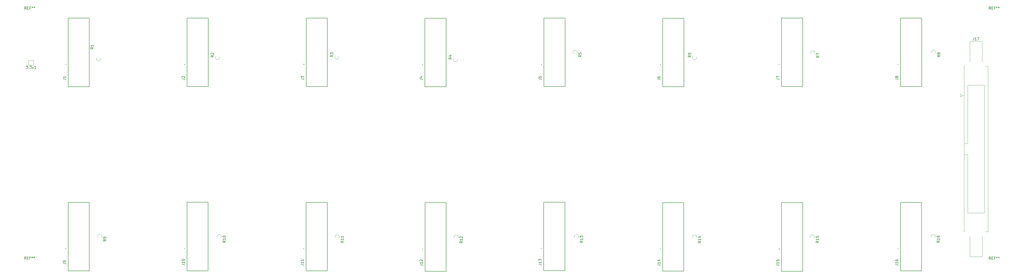
<source format=gbr>
%TF.GenerationSoftware,KiCad,Pcbnew,(6.0.9)*%
%TF.CreationDate,2022-12-09T14:18:13+01:00*%
%TF.ProjectId,seq,7365712e-6b69-4636-9164-5f7063625858,rev?*%
%TF.SameCoordinates,Original*%
%TF.FileFunction,Legend,Top*%
%TF.FilePolarity,Positive*%
%FSLAX46Y46*%
G04 Gerber Fmt 4.6, Leading zero omitted, Abs format (unit mm)*
G04 Created by KiCad (PCBNEW (6.0.9)) date 2022-12-09 14:18:13*
%MOMM*%
%LPD*%
G01*
G04 APERTURE LIST*
%ADD10C,0.150000*%
%ADD11C,0.120000*%
%ADD12C,0.127000*%
%ADD13C,0.200000*%
G04 APERTURE END LIST*
D10*
%TO.C,3.3v1*%
X-17914761Y-59462380D02*
X-17295714Y-59462380D01*
X-17629047Y-59843333D01*
X-17486190Y-59843333D01*
X-17390952Y-59890952D01*
X-17343333Y-59938571D01*
X-17295714Y-60033809D01*
X-17295714Y-60271904D01*
X-17343333Y-60367142D01*
X-17390952Y-60414761D01*
X-17486190Y-60462380D01*
X-17771904Y-60462380D01*
X-17867142Y-60414761D01*
X-17914761Y-60367142D01*
X-16867142Y-60367142D02*
X-16819523Y-60414761D01*
X-16867142Y-60462380D01*
X-16914761Y-60414761D01*
X-16867142Y-60367142D01*
X-16867142Y-60462380D01*
X-16486190Y-59462380D02*
X-15867142Y-59462380D01*
X-16200476Y-59843333D01*
X-16057619Y-59843333D01*
X-15962380Y-59890952D01*
X-15914761Y-59938571D01*
X-15867142Y-60033809D01*
X-15867142Y-60271904D01*
X-15914761Y-60367142D01*
X-15962380Y-60414761D01*
X-16057619Y-60462380D01*
X-16343333Y-60462380D01*
X-16438571Y-60414761D01*
X-16486190Y-60367142D01*
X-15533809Y-59795714D02*
X-15295714Y-60462380D01*
X-15057619Y-59795714D01*
X-14152857Y-60462380D02*
X-14724285Y-60462380D01*
X-14438571Y-60462380D02*
X-14438571Y-59462380D01*
X-14533809Y-59605238D01*
X-14629047Y-59700476D01*
X-14724285Y-59748095D01*
%TO.C,J5*%
X176127380Y-64373833D02*
X176841666Y-64373833D01*
X176984523Y-64421452D01*
X177079761Y-64516690D01*
X177127380Y-64659547D01*
X177127380Y-64754785D01*
X176127380Y-63421452D02*
X176127380Y-63897642D01*
X176603571Y-63945261D01*
X176555952Y-63897642D01*
X176508333Y-63802404D01*
X176508333Y-63564309D01*
X176555952Y-63469071D01*
X176603571Y-63421452D01*
X176698809Y-63373833D01*
X176936904Y-63373833D01*
X177032142Y-63421452D01*
X177079761Y-63469071D01*
X177127380Y-63564309D01*
X177127380Y-63802404D01*
X177079761Y-63897642D01*
X177032142Y-63945261D01*
%TO.C,J4*%
X131087380Y-64423833D02*
X131801666Y-64423833D01*
X131944523Y-64471452D01*
X132039761Y-64566690D01*
X132087380Y-64709547D01*
X132087380Y-64804785D01*
X131420714Y-63519071D02*
X132087380Y-63519071D01*
X131039761Y-63757166D02*
X131754047Y-63995261D01*
X131754047Y-63376214D01*
%TO.C,J8*%
X311087380Y-64343833D02*
X311801666Y-64343833D01*
X311944523Y-64391452D01*
X312039761Y-64486690D01*
X312087380Y-64629547D01*
X312087380Y-64724785D01*
X311515952Y-63724785D02*
X311468333Y-63820023D01*
X311420714Y-63867642D01*
X311325476Y-63915261D01*
X311277857Y-63915261D01*
X311182619Y-63867642D01*
X311135000Y-63820023D01*
X311087380Y-63724785D01*
X311087380Y-63534309D01*
X311135000Y-63439071D01*
X311182619Y-63391452D01*
X311277857Y-63343833D01*
X311325476Y-63343833D01*
X311420714Y-63391452D01*
X311468333Y-63439071D01*
X311515952Y-63534309D01*
X311515952Y-63724785D01*
X311563571Y-63820023D01*
X311611190Y-63867642D01*
X311706428Y-63915261D01*
X311896904Y-63915261D01*
X311992142Y-63867642D01*
X312039761Y-63820023D01*
X312087380Y-63724785D01*
X312087380Y-63534309D01*
X312039761Y-63439071D01*
X311992142Y-63391452D01*
X311896904Y-63343833D01*
X311706428Y-63343833D01*
X311611190Y-63391452D01*
X311563571Y-63439071D01*
X311515952Y-63534309D01*
%TO.C,J14*%
X221057380Y-134960023D02*
X221771666Y-134960023D01*
X221914523Y-135007642D01*
X222009761Y-135102880D01*
X222057380Y-135245738D01*
X222057380Y-135340976D01*
X222057380Y-133960023D02*
X222057380Y-134531452D01*
X222057380Y-134245738D02*
X221057380Y-134245738D01*
X221200238Y-134340976D01*
X221295476Y-134436214D01*
X221343095Y-134531452D01*
X221390714Y-133102880D02*
X222057380Y-133102880D01*
X221009761Y-133340976D02*
X221724047Y-133579071D01*
X221724047Y-132960023D01*
%TO.C,J11*%
X86127380Y-134860023D02*
X86841666Y-134860023D01*
X86984523Y-134907642D01*
X87079761Y-135002880D01*
X87127380Y-135145738D01*
X87127380Y-135240976D01*
X87127380Y-133860023D02*
X87127380Y-134431452D01*
X87127380Y-134145738D02*
X86127380Y-134145738D01*
X86270238Y-134240976D01*
X86365476Y-134336214D01*
X86413095Y-134431452D01*
X87127380Y-132907642D02*
X87127380Y-133479071D01*
X87127380Y-133193357D02*
X86127380Y-133193357D01*
X86270238Y-133288595D01*
X86365476Y-133383833D01*
X86413095Y-133479071D01*
%TO.C,R16*%
X327782380Y-125857857D02*
X327306190Y-126191190D01*
X327782380Y-126429285D02*
X326782380Y-126429285D01*
X326782380Y-126048333D01*
X326830000Y-125953095D01*
X326877619Y-125905476D01*
X326972857Y-125857857D01*
X327115714Y-125857857D01*
X327210952Y-125905476D01*
X327258571Y-125953095D01*
X327306190Y-126048333D01*
X327306190Y-126429285D01*
X327782380Y-124905476D02*
X327782380Y-125476904D01*
X327782380Y-125191190D02*
X326782380Y-125191190D01*
X326925238Y-125286428D01*
X327020476Y-125381666D01*
X327068095Y-125476904D01*
X326782380Y-124048333D02*
X326782380Y-124238809D01*
X326830000Y-124334047D01*
X326877619Y-124381666D01*
X327020476Y-124476904D01*
X327210952Y-124524523D01*
X327591904Y-124524523D01*
X327687142Y-124476904D01*
X327734761Y-124429285D01*
X327782380Y-124334047D01*
X327782380Y-124143571D01*
X327734761Y-124048333D01*
X327687142Y-124000714D01*
X327591904Y-123953095D01*
X327353809Y-123953095D01*
X327258571Y-124000714D01*
X327210952Y-124048333D01*
X327163333Y-124143571D01*
X327163333Y-124334047D01*
X327210952Y-124429285D01*
X327258571Y-124476904D01*
X327353809Y-124524523D01*
%TO.C,REF\u002A\u002A*%
X347116666Y-132952380D02*
X346783333Y-132476190D01*
X346545238Y-132952380D02*
X346545238Y-131952380D01*
X346926190Y-131952380D01*
X347021428Y-132000000D01*
X347069047Y-132047619D01*
X347116666Y-132142857D01*
X347116666Y-132285714D01*
X347069047Y-132380952D01*
X347021428Y-132428571D01*
X346926190Y-132476190D01*
X346545238Y-132476190D01*
X347545238Y-132428571D02*
X347878571Y-132428571D01*
X348021428Y-132952380D02*
X347545238Y-132952380D01*
X347545238Y-131952380D01*
X348021428Y-131952380D01*
X348783333Y-132428571D02*
X348450000Y-132428571D01*
X348450000Y-132952380D02*
X348450000Y-131952380D01*
X348926190Y-131952380D01*
X349450000Y-131952380D02*
X349450000Y-132190476D01*
X349211904Y-132095238D02*
X349450000Y-132190476D01*
X349688095Y-132095238D01*
X349307142Y-132380952D02*
X349450000Y-132190476D01*
X349592857Y-132380952D01*
X350211904Y-131952380D02*
X350211904Y-132190476D01*
X349973809Y-132095238D02*
X350211904Y-132190476D01*
X350450000Y-132095238D01*
X350069047Y-132380952D02*
X350211904Y-132190476D01*
X350354761Y-132380952D01*
%TO.C,J17*%
X340757976Y-48662380D02*
X340757976Y-49376666D01*
X340710357Y-49519523D01*
X340615119Y-49614761D01*
X340472261Y-49662380D01*
X340377023Y-49662380D01*
X341757976Y-49662380D02*
X341186547Y-49662380D01*
X341472261Y-49662380D02*
X341472261Y-48662380D01*
X341377023Y-48805238D01*
X341281785Y-48900476D01*
X341186547Y-48948095D01*
X342091309Y-48662380D02*
X342757976Y-48662380D01*
X342329404Y-49662380D01*
%TO.C,R15*%
X282002380Y-125987857D02*
X281526190Y-126321190D01*
X282002380Y-126559285D02*
X281002380Y-126559285D01*
X281002380Y-126178333D01*
X281050000Y-126083095D01*
X281097619Y-126035476D01*
X281192857Y-125987857D01*
X281335714Y-125987857D01*
X281430952Y-126035476D01*
X281478571Y-126083095D01*
X281526190Y-126178333D01*
X281526190Y-126559285D01*
X282002380Y-125035476D02*
X282002380Y-125606904D01*
X282002380Y-125321190D02*
X281002380Y-125321190D01*
X281145238Y-125416428D01*
X281240476Y-125511666D01*
X281288095Y-125606904D01*
X281002380Y-124130714D02*
X281002380Y-124606904D01*
X281478571Y-124654523D01*
X281430952Y-124606904D01*
X281383333Y-124511666D01*
X281383333Y-124273571D01*
X281430952Y-124178333D01*
X281478571Y-124130714D01*
X281573809Y-124083095D01*
X281811904Y-124083095D01*
X281907142Y-124130714D01*
X281954761Y-124178333D01*
X282002380Y-124273571D01*
X282002380Y-124511666D01*
X281954761Y-124606904D01*
X281907142Y-124654523D01*
%TO.C,REF\u002A\u002A*%
X347116666Y-37952380D02*
X346783333Y-37476190D01*
X346545238Y-37952380D02*
X346545238Y-36952380D01*
X346926190Y-36952380D01*
X347021428Y-37000000D01*
X347069047Y-37047619D01*
X347116666Y-37142857D01*
X347116666Y-37285714D01*
X347069047Y-37380952D01*
X347021428Y-37428571D01*
X346926190Y-37476190D01*
X346545238Y-37476190D01*
X347545238Y-37428571D02*
X347878571Y-37428571D01*
X348021428Y-37952380D02*
X347545238Y-37952380D01*
X347545238Y-36952380D01*
X348021428Y-36952380D01*
X348783333Y-37428571D02*
X348450000Y-37428571D01*
X348450000Y-37952380D02*
X348450000Y-36952380D01*
X348926190Y-36952380D01*
X349450000Y-36952380D02*
X349450000Y-37190476D01*
X349211904Y-37095238D02*
X349450000Y-37190476D01*
X349688095Y-37095238D01*
X349307142Y-37380952D02*
X349450000Y-37190476D01*
X349592857Y-37380952D01*
X350211904Y-36952380D02*
X350211904Y-37190476D01*
X349973809Y-37095238D02*
X350211904Y-37190476D01*
X350450000Y-37095238D01*
X350069047Y-37380952D02*
X350211904Y-37190476D01*
X350354761Y-37380952D01*
%TO.C,R11*%
X102222380Y-125962857D02*
X101746190Y-126296190D01*
X102222380Y-126534285D02*
X101222380Y-126534285D01*
X101222380Y-126153333D01*
X101270000Y-126058095D01*
X101317619Y-126010476D01*
X101412857Y-125962857D01*
X101555714Y-125962857D01*
X101650952Y-126010476D01*
X101698571Y-126058095D01*
X101746190Y-126153333D01*
X101746190Y-126534285D01*
X102222380Y-125010476D02*
X102222380Y-125581904D01*
X102222380Y-125296190D02*
X101222380Y-125296190D01*
X101365238Y-125391428D01*
X101460476Y-125486666D01*
X101508095Y-125581904D01*
X102222380Y-124058095D02*
X102222380Y-124629523D01*
X102222380Y-124343809D02*
X101222380Y-124343809D01*
X101365238Y-124439047D01*
X101460476Y-124534285D01*
X101508095Y-124629523D01*
%TO.C,J13*%
X176067380Y-134750023D02*
X176781666Y-134750023D01*
X176924523Y-134797642D01*
X177019761Y-134892880D01*
X177067380Y-135035738D01*
X177067380Y-135130976D01*
X177067380Y-133750023D02*
X177067380Y-134321452D01*
X177067380Y-134035738D02*
X176067380Y-134035738D01*
X176210238Y-134130976D01*
X176305476Y-134226214D01*
X176353095Y-134321452D01*
X176067380Y-133416690D02*
X176067380Y-132797642D01*
X176448333Y-133130976D01*
X176448333Y-132988119D01*
X176495952Y-132892880D01*
X176543571Y-132845261D01*
X176638809Y-132797642D01*
X176876904Y-132797642D01*
X176972142Y-132845261D01*
X177019761Y-132892880D01*
X177067380Y-132988119D01*
X177067380Y-133273833D01*
X177019761Y-133369071D01*
X176972142Y-133416690D01*
%TO.C,R6*%
X233632380Y-55456666D02*
X233156190Y-55790000D01*
X233632380Y-56028095D02*
X232632380Y-56028095D01*
X232632380Y-55647142D01*
X232680000Y-55551904D01*
X232727619Y-55504285D01*
X232822857Y-55456666D01*
X232965714Y-55456666D01*
X233060952Y-55504285D01*
X233108571Y-55551904D01*
X233156190Y-55647142D01*
X233156190Y-56028095D01*
X232632380Y-54599523D02*
X232632380Y-54790000D01*
X232680000Y-54885238D01*
X232727619Y-54932857D01*
X232870476Y-55028095D01*
X233060952Y-55075714D01*
X233441904Y-55075714D01*
X233537142Y-55028095D01*
X233584761Y-54980476D01*
X233632380Y-54885238D01*
X233632380Y-54694761D01*
X233584761Y-54599523D01*
X233537142Y-54551904D01*
X233441904Y-54504285D01*
X233203809Y-54504285D01*
X233108571Y-54551904D01*
X233060952Y-54599523D01*
X233013333Y-54694761D01*
X233013333Y-54885238D01*
X233060952Y-54980476D01*
X233108571Y-55028095D01*
X233203809Y-55075714D01*
%TO.C,R3*%
X98232380Y-55336666D02*
X97756190Y-55670000D01*
X98232380Y-55908095D02*
X97232380Y-55908095D01*
X97232380Y-55527142D01*
X97280000Y-55431904D01*
X97327619Y-55384285D01*
X97422857Y-55336666D01*
X97565714Y-55336666D01*
X97660952Y-55384285D01*
X97708571Y-55431904D01*
X97756190Y-55527142D01*
X97756190Y-55908095D01*
X97232380Y-55003333D02*
X97232380Y-54384285D01*
X97613333Y-54717619D01*
X97613333Y-54574761D01*
X97660952Y-54479523D01*
X97708571Y-54431904D01*
X97803809Y-54384285D01*
X98041904Y-54384285D01*
X98137142Y-54431904D01*
X98184761Y-54479523D01*
X98232380Y-54574761D01*
X98232380Y-54860476D01*
X98184761Y-54955714D01*
X98137142Y-55003333D01*
%TO.C,J9*%
X-3922619Y-134383833D02*
X-3208333Y-134383833D01*
X-3065476Y-134431452D01*
X-2970238Y-134526690D01*
X-2922619Y-134669547D01*
X-2922619Y-134764785D01*
X-2922619Y-133860023D02*
X-2922619Y-133669547D01*
X-2970238Y-133574309D01*
X-3017857Y-133526690D01*
X-3160714Y-133431452D01*
X-3351190Y-133383833D01*
X-3732142Y-133383833D01*
X-3827380Y-133431452D01*
X-3875000Y-133479071D01*
X-3922619Y-133574309D01*
X-3922619Y-133764785D01*
X-3875000Y-133860023D01*
X-3827380Y-133907642D01*
X-3732142Y-133955261D01*
X-3494047Y-133955261D01*
X-3398809Y-133907642D01*
X-3351190Y-133860023D01*
X-3303571Y-133764785D01*
X-3303571Y-133574309D01*
X-3351190Y-133479071D01*
X-3398809Y-133431452D01*
X-3494047Y-133383833D01*
%TO.C,J3*%
X86177380Y-64353833D02*
X86891666Y-64353833D01*
X87034523Y-64401452D01*
X87129761Y-64496690D01*
X87177380Y-64639547D01*
X87177380Y-64734785D01*
X86177380Y-63972880D02*
X86177380Y-63353833D01*
X86558333Y-63687166D01*
X86558333Y-63544309D01*
X86605952Y-63449071D01*
X86653571Y-63401452D01*
X86748809Y-63353833D01*
X86986904Y-63353833D01*
X87082142Y-63401452D01*
X87129761Y-63449071D01*
X87177380Y-63544309D01*
X87177380Y-63830023D01*
X87129761Y-63925261D01*
X87082142Y-63972880D01*
%TO.C,J10*%
X41067380Y-134800023D02*
X41781666Y-134800023D01*
X41924523Y-134847642D01*
X42019761Y-134942880D01*
X42067380Y-135085738D01*
X42067380Y-135180976D01*
X42067380Y-133800023D02*
X42067380Y-134371452D01*
X42067380Y-134085738D02*
X41067380Y-134085738D01*
X41210238Y-134180976D01*
X41305476Y-134276214D01*
X41353095Y-134371452D01*
X41067380Y-133180976D02*
X41067380Y-133085738D01*
X41115000Y-132990500D01*
X41162619Y-132942880D01*
X41257857Y-132895261D01*
X41448333Y-132847642D01*
X41686428Y-132847642D01*
X41876904Y-132895261D01*
X41972142Y-132942880D01*
X42019761Y-132990500D01*
X42067380Y-133085738D01*
X42067380Y-133180976D01*
X42019761Y-133276214D01*
X41972142Y-133323833D01*
X41876904Y-133371452D01*
X41686428Y-133419071D01*
X41448333Y-133419071D01*
X41257857Y-133371452D01*
X41162619Y-133323833D01*
X41115000Y-133276214D01*
X41067380Y-133180976D01*
%TO.C,R5*%
X192202380Y-55376666D02*
X191726190Y-55710000D01*
X192202380Y-55948095D02*
X191202380Y-55948095D01*
X191202380Y-55567142D01*
X191250000Y-55471904D01*
X191297619Y-55424285D01*
X191392857Y-55376666D01*
X191535714Y-55376666D01*
X191630952Y-55424285D01*
X191678571Y-55471904D01*
X191726190Y-55567142D01*
X191726190Y-55948095D01*
X191202380Y-54471904D02*
X191202380Y-54948095D01*
X191678571Y-54995714D01*
X191630952Y-54948095D01*
X191583333Y-54852857D01*
X191583333Y-54614761D01*
X191630952Y-54519523D01*
X191678571Y-54471904D01*
X191773809Y-54424285D01*
X192011904Y-54424285D01*
X192107142Y-54471904D01*
X192154761Y-54519523D01*
X192202380Y-54614761D01*
X192202380Y-54852857D01*
X192154761Y-54948095D01*
X192107142Y-54995714D01*
%TO.C,R9*%
X12352380Y-125371666D02*
X11876190Y-125705000D01*
X12352380Y-125943095D02*
X11352380Y-125943095D01*
X11352380Y-125562142D01*
X11400000Y-125466904D01*
X11447619Y-125419285D01*
X11542857Y-125371666D01*
X11685714Y-125371666D01*
X11780952Y-125419285D01*
X11828571Y-125466904D01*
X11876190Y-125562142D01*
X11876190Y-125943095D01*
X12352380Y-124895476D02*
X12352380Y-124705000D01*
X12304761Y-124609761D01*
X12257142Y-124562142D01*
X12114285Y-124466904D01*
X11923809Y-124419285D01*
X11542857Y-124419285D01*
X11447619Y-124466904D01*
X11400000Y-124514523D01*
X11352380Y-124609761D01*
X11352380Y-124800238D01*
X11400000Y-124895476D01*
X11447619Y-124943095D01*
X11542857Y-124990714D01*
X11780952Y-124990714D01*
X11876190Y-124943095D01*
X11923809Y-124895476D01*
X11971428Y-124800238D01*
X11971428Y-124609761D01*
X11923809Y-124514523D01*
X11876190Y-124466904D01*
X11780952Y-124419285D01*
%TO.C,R12*%
X147222380Y-126062857D02*
X146746190Y-126396190D01*
X147222380Y-126634285D02*
X146222380Y-126634285D01*
X146222380Y-126253333D01*
X146270000Y-126158095D01*
X146317619Y-126110476D01*
X146412857Y-126062857D01*
X146555714Y-126062857D01*
X146650952Y-126110476D01*
X146698571Y-126158095D01*
X146746190Y-126253333D01*
X146746190Y-126634285D01*
X147222380Y-125110476D02*
X147222380Y-125681904D01*
X147222380Y-125396190D02*
X146222380Y-125396190D01*
X146365238Y-125491428D01*
X146460476Y-125586666D01*
X146508095Y-125681904D01*
X146317619Y-124729523D02*
X146270000Y-124681904D01*
X146222380Y-124586666D01*
X146222380Y-124348571D01*
X146270000Y-124253333D01*
X146317619Y-124205714D01*
X146412857Y-124158095D01*
X146508095Y-124158095D01*
X146650952Y-124205714D01*
X147222380Y-124777142D01*
X147222380Y-124158095D01*
%TO.C,J7*%
X266067380Y-64353833D02*
X266781666Y-64353833D01*
X266924523Y-64401452D01*
X267019761Y-64496690D01*
X267067380Y-64639547D01*
X267067380Y-64734785D01*
X266067380Y-63972880D02*
X266067380Y-63306214D01*
X267067380Y-63734785D01*
%TO.C,R7*%
X282202380Y-55586666D02*
X281726190Y-55920000D01*
X282202380Y-56158095D02*
X281202380Y-56158095D01*
X281202380Y-55777142D01*
X281250000Y-55681904D01*
X281297619Y-55634285D01*
X281392857Y-55586666D01*
X281535714Y-55586666D01*
X281630952Y-55634285D01*
X281678571Y-55681904D01*
X281726190Y-55777142D01*
X281726190Y-56158095D01*
X281202380Y-55253333D02*
X281202380Y-54586666D01*
X282202380Y-55015238D01*
%TO.C,R1*%
X7542880Y-52366166D02*
X7066690Y-52699500D01*
X7542880Y-52937595D02*
X6542880Y-52937595D01*
X6542880Y-52556642D01*
X6590500Y-52461404D01*
X6638119Y-52413785D01*
X6733357Y-52366166D01*
X6876214Y-52366166D01*
X6971452Y-52413785D01*
X7019071Y-52461404D01*
X7066690Y-52556642D01*
X7066690Y-52937595D01*
X7542880Y-51413785D02*
X7542880Y-51985214D01*
X7542880Y-51699500D02*
X6542880Y-51699500D01*
X6685738Y-51794738D01*
X6780976Y-51889976D01*
X6828595Y-51985214D01*
%TO.C,R14*%
X237452380Y-126027857D02*
X236976190Y-126361190D01*
X237452380Y-126599285D02*
X236452380Y-126599285D01*
X236452380Y-126218333D01*
X236500000Y-126123095D01*
X236547619Y-126075476D01*
X236642857Y-126027857D01*
X236785714Y-126027857D01*
X236880952Y-126075476D01*
X236928571Y-126123095D01*
X236976190Y-126218333D01*
X236976190Y-126599285D01*
X237452380Y-125075476D02*
X237452380Y-125646904D01*
X237452380Y-125361190D02*
X236452380Y-125361190D01*
X236595238Y-125456428D01*
X236690476Y-125551666D01*
X236738095Y-125646904D01*
X236785714Y-124218333D02*
X237452380Y-124218333D01*
X236404761Y-124456428D02*
X237119047Y-124694523D01*
X237119047Y-124075476D01*
%TO.C,J6*%
X221077380Y-64443833D02*
X221791666Y-64443833D01*
X221934523Y-64491452D01*
X222029761Y-64586690D01*
X222077380Y-64729547D01*
X222077380Y-64824785D01*
X221077380Y-63539071D02*
X221077380Y-63729547D01*
X221125000Y-63824785D01*
X221172619Y-63872404D01*
X221315476Y-63967642D01*
X221505952Y-64015261D01*
X221886904Y-64015261D01*
X221982142Y-63967642D01*
X222029761Y-63920023D01*
X222077380Y-63824785D01*
X222077380Y-63634309D01*
X222029761Y-63539071D01*
X221982142Y-63491452D01*
X221886904Y-63443833D01*
X221648809Y-63443833D01*
X221553571Y-63491452D01*
X221505952Y-63539071D01*
X221458333Y-63634309D01*
X221458333Y-63824785D01*
X221505952Y-63920023D01*
X221553571Y-63967642D01*
X221648809Y-64015261D01*
%TO.C,J16*%
X311067380Y-134880023D02*
X311781666Y-134880023D01*
X311924523Y-134927642D01*
X312019761Y-135022880D01*
X312067380Y-135165738D01*
X312067380Y-135260976D01*
X312067380Y-133880023D02*
X312067380Y-134451452D01*
X312067380Y-134165738D02*
X311067380Y-134165738D01*
X311210238Y-134260976D01*
X311305476Y-134356214D01*
X311353095Y-134451452D01*
X311067380Y-133022880D02*
X311067380Y-133213357D01*
X311115000Y-133308595D01*
X311162619Y-133356214D01*
X311305476Y-133451452D01*
X311495952Y-133499071D01*
X311876904Y-133499071D01*
X311972142Y-133451452D01*
X312019761Y-133403833D01*
X312067380Y-133308595D01*
X312067380Y-133118119D01*
X312019761Y-133022880D01*
X311972142Y-132975261D01*
X311876904Y-132927642D01*
X311638809Y-132927642D01*
X311543571Y-132975261D01*
X311495952Y-133022880D01*
X311448333Y-133118119D01*
X311448333Y-133308595D01*
X311495952Y-133403833D01*
X311543571Y-133451452D01*
X311638809Y-133499071D01*
%TO.C,R13*%
X192752380Y-125897857D02*
X192276190Y-126231190D01*
X192752380Y-126469285D02*
X191752380Y-126469285D01*
X191752380Y-126088333D01*
X191800000Y-125993095D01*
X191847619Y-125945476D01*
X191942857Y-125897857D01*
X192085714Y-125897857D01*
X192180952Y-125945476D01*
X192228571Y-125993095D01*
X192276190Y-126088333D01*
X192276190Y-126469285D01*
X192752380Y-124945476D02*
X192752380Y-125516904D01*
X192752380Y-125231190D02*
X191752380Y-125231190D01*
X191895238Y-125326428D01*
X191990476Y-125421666D01*
X192038095Y-125516904D01*
X191752380Y-124612142D02*
X191752380Y-123993095D01*
X192133333Y-124326428D01*
X192133333Y-124183571D01*
X192180952Y-124088333D01*
X192228571Y-124040714D01*
X192323809Y-123993095D01*
X192561904Y-123993095D01*
X192657142Y-124040714D01*
X192704761Y-124088333D01*
X192752380Y-124183571D01*
X192752380Y-124469285D01*
X192704761Y-124564523D01*
X192657142Y-124612142D01*
%TO.C,J15*%
X266057380Y-134970023D02*
X266771666Y-134970023D01*
X266914523Y-135017642D01*
X267009761Y-135112880D01*
X267057380Y-135255738D01*
X267057380Y-135350976D01*
X267057380Y-133970023D02*
X267057380Y-134541452D01*
X267057380Y-134255738D02*
X266057380Y-134255738D01*
X266200238Y-134350976D01*
X266295476Y-134446214D01*
X266343095Y-134541452D01*
X266057380Y-133065261D02*
X266057380Y-133541452D01*
X266533571Y-133589071D01*
X266485952Y-133541452D01*
X266438333Y-133446214D01*
X266438333Y-133208119D01*
X266485952Y-133112880D01*
X266533571Y-133065261D01*
X266628809Y-133017642D01*
X266866904Y-133017642D01*
X266962142Y-133065261D01*
X267009761Y-133112880D01*
X267057380Y-133208119D01*
X267057380Y-133446214D01*
X267009761Y-133541452D01*
X266962142Y-133589071D01*
%TO.C,J1*%
X-3912619Y-64393833D02*
X-3198333Y-64393833D01*
X-3055476Y-64441452D01*
X-2960238Y-64536690D01*
X-2912619Y-64679547D01*
X-2912619Y-64774785D01*
X-2912619Y-63393833D02*
X-2912619Y-63965261D01*
X-2912619Y-63679547D02*
X-3912619Y-63679547D01*
X-3769761Y-63774785D01*
X-3674523Y-63870023D01*
X-3626904Y-63965261D01*
%TO.C,REF\u002A\u002A*%
X-17903333Y-132912380D02*
X-18236666Y-132436190D01*
X-18474761Y-132912380D02*
X-18474761Y-131912380D01*
X-18093809Y-131912380D01*
X-17998571Y-131960000D01*
X-17950952Y-132007619D01*
X-17903333Y-132102857D01*
X-17903333Y-132245714D01*
X-17950952Y-132340952D01*
X-17998571Y-132388571D01*
X-18093809Y-132436190D01*
X-18474761Y-132436190D01*
X-17474761Y-132388571D02*
X-17141428Y-132388571D01*
X-16998571Y-132912380D02*
X-17474761Y-132912380D01*
X-17474761Y-131912380D01*
X-16998571Y-131912380D01*
X-16236666Y-132388571D02*
X-16570000Y-132388571D01*
X-16570000Y-132912380D02*
X-16570000Y-131912380D01*
X-16093809Y-131912380D01*
X-15570000Y-131912380D02*
X-15570000Y-132150476D01*
X-15808095Y-132055238D02*
X-15570000Y-132150476D01*
X-15331904Y-132055238D01*
X-15712857Y-132340952D02*
X-15570000Y-132150476D01*
X-15427142Y-132340952D01*
X-14808095Y-131912380D02*
X-14808095Y-132150476D01*
X-15046190Y-132055238D02*
X-14808095Y-132150476D01*
X-14570000Y-132055238D01*
X-14950952Y-132340952D02*
X-14808095Y-132150476D01*
X-14665238Y-132340952D01*
%TO.C,R10*%
X57562380Y-125857857D02*
X57086190Y-126191190D01*
X57562380Y-126429285D02*
X56562380Y-126429285D01*
X56562380Y-126048333D01*
X56610000Y-125953095D01*
X56657619Y-125905476D01*
X56752857Y-125857857D01*
X56895714Y-125857857D01*
X56990952Y-125905476D01*
X57038571Y-125953095D01*
X57086190Y-126048333D01*
X57086190Y-126429285D01*
X57562380Y-124905476D02*
X57562380Y-125476904D01*
X57562380Y-125191190D02*
X56562380Y-125191190D01*
X56705238Y-125286428D01*
X56800476Y-125381666D01*
X56848095Y-125476904D01*
X56562380Y-124286428D02*
X56562380Y-124191190D01*
X56610000Y-124095952D01*
X56657619Y-124048333D01*
X56752857Y-124000714D01*
X56943333Y-123953095D01*
X57181428Y-123953095D01*
X57371904Y-124000714D01*
X57467142Y-124048333D01*
X57514761Y-124095952D01*
X57562380Y-124191190D01*
X57562380Y-124286428D01*
X57514761Y-124381666D01*
X57467142Y-124429285D01*
X57371904Y-124476904D01*
X57181428Y-124524523D01*
X56943333Y-124524523D01*
X56752857Y-124476904D01*
X56657619Y-124429285D01*
X56610000Y-124381666D01*
X56562380Y-124286428D01*
%TO.C,R2*%
X53052380Y-55446666D02*
X52576190Y-55780000D01*
X53052380Y-56018095D02*
X52052380Y-56018095D01*
X52052380Y-55637142D01*
X52100000Y-55541904D01*
X52147619Y-55494285D01*
X52242857Y-55446666D01*
X52385714Y-55446666D01*
X52480952Y-55494285D01*
X52528571Y-55541904D01*
X52576190Y-55637142D01*
X52576190Y-56018095D01*
X52147619Y-55065714D02*
X52100000Y-55018095D01*
X52052380Y-54922857D01*
X52052380Y-54684761D01*
X52100000Y-54589523D01*
X52147619Y-54541904D01*
X52242857Y-54494285D01*
X52338095Y-54494285D01*
X52480952Y-54541904D01*
X53052380Y-55113333D01*
X53052380Y-54494285D01*
%TO.C,J2*%
X41097380Y-64383833D02*
X41811666Y-64383833D01*
X41954523Y-64431452D01*
X42049761Y-64526690D01*
X42097380Y-64669547D01*
X42097380Y-64764785D01*
X41192619Y-63955261D02*
X41145000Y-63907642D01*
X41097380Y-63812404D01*
X41097380Y-63574309D01*
X41145000Y-63479071D01*
X41192619Y-63431452D01*
X41287857Y-63383833D01*
X41383095Y-63383833D01*
X41525952Y-63431452D01*
X42097380Y-64002880D01*
X42097380Y-63383833D01*
%TO.C,REF\u002A\u002A*%
X-17883333Y-37952380D02*
X-18216666Y-37476190D01*
X-18454761Y-37952380D02*
X-18454761Y-36952380D01*
X-18073809Y-36952380D01*
X-17978571Y-37000000D01*
X-17930952Y-37047619D01*
X-17883333Y-37142857D01*
X-17883333Y-37285714D01*
X-17930952Y-37380952D01*
X-17978571Y-37428571D01*
X-18073809Y-37476190D01*
X-18454761Y-37476190D01*
X-17454761Y-37428571D02*
X-17121428Y-37428571D01*
X-16978571Y-37952380D02*
X-17454761Y-37952380D01*
X-17454761Y-36952380D01*
X-16978571Y-36952380D01*
X-16216666Y-37428571D02*
X-16550000Y-37428571D01*
X-16550000Y-37952380D02*
X-16550000Y-36952380D01*
X-16073809Y-36952380D01*
X-15550000Y-36952380D02*
X-15550000Y-37190476D01*
X-15788095Y-37095238D02*
X-15550000Y-37190476D01*
X-15311904Y-37095238D01*
X-15692857Y-37380952D02*
X-15550000Y-37190476D01*
X-15407142Y-37380952D01*
X-14788095Y-36952380D02*
X-14788095Y-37190476D01*
X-15026190Y-37095238D02*
X-14788095Y-37190476D01*
X-14550000Y-37095238D01*
X-14930952Y-37380952D02*
X-14788095Y-37190476D01*
X-14645238Y-37380952D01*
%TO.C,R8*%
X327962380Y-55336666D02*
X327486190Y-55670000D01*
X327962380Y-55908095D02*
X326962380Y-55908095D01*
X326962380Y-55527142D01*
X327010000Y-55431904D01*
X327057619Y-55384285D01*
X327152857Y-55336666D01*
X327295714Y-55336666D01*
X327390952Y-55384285D01*
X327438571Y-55431904D01*
X327486190Y-55527142D01*
X327486190Y-55908095D01*
X327390952Y-54765238D02*
X327343333Y-54860476D01*
X327295714Y-54908095D01*
X327200476Y-54955714D01*
X327152857Y-54955714D01*
X327057619Y-54908095D01*
X327010000Y-54860476D01*
X326962380Y-54765238D01*
X326962380Y-54574761D01*
X327010000Y-54479523D01*
X327057619Y-54431904D01*
X327152857Y-54384285D01*
X327200476Y-54384285D01*
X327295714Y-54431904D01*
X327343333Y-54479523D01*
X327390952Y-54574761D01*
X327390952Y-54765238D01*
X327438571Y-54860476D01*
X327486190Y-54908095D01*
X327581428Y-54955714D01*
X327771904Y-54955714D01*
X327867142Y-54908095D01*
X327914761Y-54860476D01*
X327962380Y-54765238D01*
X327962380Y-54574761D01*
X327914761Y-54479523D01*
X327867142Y-54431904D01*
X327771904Y-54384285D01*
X327581428Y-54384285D01*
X327486190Y-54431904D01*
X327438571Y-54479523D01*
X327390952Y-54574761D01*
%TO.C,R4*%
X143102380Y-56256666D02*
X142626190Y-56590000D01*
X143102380Y-56828095D02*
X142102380Y-56828095D01*
X142102380Y-56447142D01*
X142150000Y-56351904D01*
X142197619Y-56304285D01*
X142292857Y-56256666D01*
X142435714Y-56256666D01*
X142530952Y-56304285D01*
X142578571Y-56351904D01*
X142626190Y-56447142D01*
X142626190Y-56828095D01*
X142435714Y-55399523D02*
X143102380Y-55399523D01*
X142054761Y-55637619D02*
X142769047Y-55875714D01*
X142769047Y-55256666D01*
%TO.C,J12*%
X131117380Y-134970023D02*
X131831666Y-134970023D01*
X131974523Y-135017642D01*
X132069761Y-135112880D01*
X132117380Y-135255738D01*
X132117380Y-135350976D01*
X132117380Y-133970023D02*
X132117380Y-134541452D01*
X132117380Y-134255738D02*
X131117380Y-134255738D01*
X131260238Y-134350976D01*
X131355476Y-134446214D01*
X131403095Y-134541452D01*
X131212619Y-133589071D02*
X131165000Y-133541452D01*
X131117380Y-133446214D01*
X131117380Y-133208119D01*
X131165000Y-133112880D01*
X131212619Y-133065261D01*
X131307857Y-133017642D01*
X131403095Y-133017642D01*
X131545952Y-133065261D01*
X132117380Y-133636690D01*
X132117380Y-133017642D01*
D11*
%TO.C,3.3v1*%
X-15110000Y-57310000D02*
X-15110000Y-57260000D01*
X-15110000Y-57260000D02*
X-16960000Y-57260000D01*
X-15110000Y-59160000D02*
X-15110000Y-57310000D01*
X-16960000Y-59160000D02*
X-15110000Y-59160000D01*
X-16960000Y-57260000D02*
X-16960000Y-59160000D01*
D12*
%TO.C,J5*%
X186060500Y-67292300D02*
X178059500Y-67292300D01*
X178059500Y-67292300D02*
X178059500Y-41287700D01*
X178059500Y-41287700D02*
X186060500Y-41287700D01*
X186060500Y-41287700D02*
X186060500Y-67292300D01*
D13*
X177285000Y-58865500D02*
G75*
G03*
X177285000Y-58865500I-100000J0D01*
G01*
D12*
%TO.C,J4*%
X141020500Y-67342300D02*
X133019500Y-67342300D01*
X133019500Y-67342300D02*
X133019500Y-41337700D01*
X141020500Y-41337700D02*
X141020500Y-67342300D01*
X133019500Y-41337700D02*
X141020500Y-41337700D01*
D13*
X132245000Y-58915500D02*
G75*
G03*
X132245000Y-58915500I-100000J0D01*
G01*
D12*
%TO.C,J8*%
X321020500Y-41257700D02*
X321020500Y-67262300D01*
X313019500Y-67262300D02*
X313019500Y-41257700D01*
X321020500Y-67262300D02*
X313019500Y-67262300D01*
X313019500Y-41257700D02*
X321020500Y-41257700D01*
D13*
X312245000Y-58835500D02*
G75*
G03*
X312245000Y-58835500I-100000J0D01*
G01*
D12*
%TO.C,J14*%
X222989500Y-137402300D02*
X222989500Y-111397700D01*
X222989500Y-111397700D02*
X230990500Y-111397700D01*
X230990500Y-137402300D02*
X222989500Y-137402300D01*
X230990500Y-111397700D02*
X230990500Y-137402300D01*
D13*
X222215000Y-128975500D02*
G75*
G03*
X222215000Y-128975500I-100000J0D01*
G01*
D12*
%TO.C,J11*%
X96060500Y-111297700D02*
X96060500Y-137302300D01*
X88059500Y-111297700D02*
X96060500Y-111297700D01*
X96060500Y-137302300D02*
X88059500Y-137302300D01*
X88059500Y-137302300D02*
X88059500Y-111297700D01*
D13*
X87285000Y-128875500D02*
G75*
G03*
X87285000Y-128875500I-100000J0D01*
G01*
D11*
%TO.C,R16*%
X326110000Y-124682133D02*
G75*
G03*
X324660641Y-124585095I-700000J417133D01*
G01*
%TO.C,J17*%
X335667500Y-71180000D02*
X336667500Y-70680000D01*
X335667500Y-70180000D02*
X335667500Y-71180000D01*
X339257500Y-50100000D02*
X343877500Y-50100000D01*
X344767500Y-115240000D02*
X338367500Y-115240000D01*
X337427500Y-59600000D02*
X337057500Y-59600000D01*
X338367500Y-93050000D02*
X337057500Y-93050000D01*
X339257500Y-57850000D02*
X339257500Y-50100000D01*
X336667500Y-70680000D02*
X335667500Y-70180000D01*
X338367500Y-66760000D02*
X344767500Y-66760000D01*
X343877500Y-131900000D02*
X343877500Y-124150000D01*
X338367500Y-88950000D02*
X338367500Y-66760000D01*
X337057500Y-122400000D02*
X337427500Y-122400000D01*
X343877500Y-50100000D02*
X343877500Y-57850000D01*
X346077500Y-122400000D02*
X345207500Y-122400000D01*
X337057500Y-88950000D02*
X338367500Y-88950000D01*
X339257500Y-131900000D02*
X343877500Y-131900000D01*
X337057500Y-59600000D02*
X337057500Y-122400000D01*
X345207500Y-59600000D02*
X346077500Y-59600000D01*
X344767500Y-66760000D02*
X344767500Y-115240000D01*
X338367500Y-93050000D02*
X338367500Y-93050000D01*
X339257500Y-124150000D02*
X339257500Y-131900000D01*
X338367500Y-115240000D02*
X338367500Y-93050000D01*
X346077500Y-59600000D02*
X346077500Y-122400000D01*
%TO.C,R15*%
X280330000Y-124812133D02*
G75*
G03*
X278880641Y-124715095I-700000J417133D01*
G01*
%TO.C,R11*%
X100550000Y-124787133D02*
G75*
G03*
X99100641Y-124690095I-700000J417133D01*
G01*
D12*
%TO.C,J13*%
X177999500Y-111187700D02*
X186000500Y-111187700D01*
X186000500Y-111187700D02*
X186000500Y-137192300D01*
X186000500Y-137192300D02*
X177999500Y-137192300D01*
X177999500Y-137192300D02*
X177999500Y-111187700D01*
D13*
X177225000Y-128765500D02*
G75*
G03*
X177225000Y-128765500I-100000J0D01*
G01*
D11*
%TO.C,R6*%
X234400000Y-55822867D02*
G75*
G03*
X235849359Y-55919905I700000J-417133D01*
G01*
%TO.C,R3*%
X99000000Y-55702867D02*
G75*
G03*
X100449359Y-55799905I700000J-417133D01*
G01*
D12*
%TO.C,J9*%
X-1990500Y-137302300D02*
X-1990500Y-111297700D01*
X6010500Y-111297700D02*
X6010500Y-137302300D01*
X6010500Y-137302300D02*
X-1990500Y-137302300D01*
X-1990500Y-111297700D02*
X6010500Y-111297700D01*
D13*
X-2765000Y-128875500D02*
G75*
G03*
X-2765000Y-128875500I-100000J0D01*
G01*
D12*
%TO.C,J3*%
X88109500Y-67272300D02*
X88109500Y-41267700D01*
X88109500Y-41267700D02*
X96110500Y-41267700D01*
X96110500Y-67272300D02*
X88109500Y-67272300D01*
X96110500Y-41267700D02*
X96110500Y-67272300D01*
D13*
X87335000Y-58845500D02*
G75*
G03*
X87335000Y-58845500I-100000J0D01*
G01*
D12*
%TO.C,J10*%
X51000500Y-137242300D02*
X42999500Y-137242300D01*
X42999500Y-137242300D02*
X42999500Y-111237700D01*
X51000500Y-111237700D02*
X51000500Y-137242300D01*
X42999500Y-111237700D02*
X51000500Y-111237700D01*
D13*
X42225000Y-128815500D02*
G75*
G03*
X42225000Y-128815500I-100000J0D01*
G01*
D11*
%TO.C,R5*%
X190530000Y-54677133D02*
G75*
G03*
X189080641Y-54580095I-700000J417133D01*
G01*
%TO.C,R9*%
X10680000Y-124672133D02*
G75*
G03*
X9230641Y-124575095I-700000J417133D01*
G01*
%TO.C,R12*%
X145550000Y-124887133D02*
G75*
G03*
X144100641Y-124790095I-700000J417133D01*
G01*
D12*
%TO.C,J7*%
X276000500Y-67272300D02*
X267999500Y-67272300D01*
X267999500Y-41267700D02*
X276000500Y-41267700D01*
X276000500Y-41267700D02*
X276000500Y-67272300D01*
X267999500Y-67272300D02*
X267999500Y-41267700D01*
D13*
X267225000Y-58845500D02*
G75*
G03*
X267225000Y-58845500I-100000J0D01*
G01*
D11*
%TO.C,R7*%
X280530000Y-54887133D02*
G75*
G03*
X279080641Y-54790095I-700000J417133D01*
G01*
%TO.C,R1*%
X8890000Y-56332867D02*
G75*
G03*
X10339359Y-56429905I700000J-417133D01*
G01*
%TO.C,R14*%
X235780000Y-124852133D02*
G75*
G03*
X234330641Y-124755095I-700000J417133D01*
G01*
D12*
%TO.C,J6*%
X231010500Y-67362300D02*
X223009500Y-67362300D01*
X231010500Y-41357700D02*
X231010500Y-67362300D01*
X223009500Y-41357700D02*
X231010500Y-41357700D01*
X223009500Y-67362300D02*
X223009500Y-41357700D01*
D13*
X222235000Y-58935500D02*
G75*
G03*
X222235000Y-58935500I-100000J0D01*
G01*
D12*
%TO.C,J16*%
X312999500Y-137322300D02*
X312999500Y-111317700D01*
X321000500Y-111317700D02*
X321000500Y-137322300D01*
X321000500Y-137322300D02*
X312999500Y-137322300D01*
X312999500Y-111317700D02*
X321000500Y-111317700D01*
D13*
X312225000Y-128895500D02*
G75*
G03*
X312225000Y-128895500I-100000J0D01*
G01*
D11*
%TO.C,R13*%
X191080000Y-124722133D02*
G75*
G03*
X189630641Y-124625095I-700000J417133D01*
G01*
D12*
%TO.C,J15*%
X267989500Y-111407700D02*
X275990500Y-111407700D01*
X275990500Y-137412300D02*
X267989500Y-137412300D01*
X267989500Y-137412300D02*
X267989500Y-111407700D01*
X275990500Y-111407700D02*
X275990500Y-137412300D01*
D13*
X267215000Y-128985500D02*
G75*
G03*
X267215000Y-128985500I-100000J0D01*
G01*
D12*
%TO.C,J1*%
X-1980500Y-41307700D02*
X6020500Y-41307700D01*
X6020500Y-41307700D02*
X6020500Y-67312300D01*
X6020500Y-67312300D02*
X-1980500Y-67312300D01*
X-1980500Y-67312300D02*
X-1980500Y-41307700D01*
D13*
X-2755000Y-58885500D02*
G75*
G03*
X-2755000Y-58885500I-100000J0D01*
G01*
D11*
%TO.C,R10*%
X55890000Y-124682133D02*
G75*
G03*
X54440641Y-124585095I-700000J417133D01*
G01*
%TO.C,R2*%
X53820000Y-55812867D02*
G75*
G03*
X55269359Y-55909905I700000J-417133D01*
G01*
D12*
%TO.C,J2*%
X51030500Y-67302300D02*
X43029500Y-67302300D01*
X43029500Y-41297700D02*
X51030500Y-41297700D01*
X51030500Y-41297700D02*
X51030500Y-67302300D01*
X43029500Y-67302300D02*
X43029500Y-41297700D01*
D13*
X42255000Y-58875500D02*
G75*
G03*
X42255000Y-58875500I-100000J0D01*
G01*
D11*
%TO.C,R8*%
X326290000Y-54637133D02*
G75*
G03*
X324840641Y-54540095I-700000J417133D01*
G01*
%TO.C,R4*%
X143870000Y-56622867D02*
G75*
G03*
X145319359Y-56719905I700000J-417133D01*
G01*
D12*
%TO.C,J12*%
X141050500Y-111407700D02*
X141050500Y-137412300D01*
X133049500Y-137412300D02*
X133049500Y-111407700D01*
X133049500Y-111407700D02*
X141050500Y-111407700D01*
X141050500Y-137412300D02*
X133049500Y-137412300D01*
D13*
X132275000Y-128985500D02*
G75*
G03*
X132275000Y-128985500I-100000J0D01*
G01*
%TD*%
M02*

</source>
